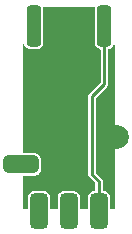
<source format=gbr>
G04 #@! TF.GenerationSoftware,KiCad,Pcbnew,(6.0.0-0)*
G04 #@! TF.CreationDate,2021-12-28T14:09:52-05:00*
G04 #@! TF.ProjectId,9DIN2VGA_Top,3944494e-3256-4474-915f-546f702e6b69,1*
G04 #@! TF.SameCoordinates,Original*
G04 #@! TF.FileFunction,Copper,L2,Bot*
G04 #@! TF.FilePolarity,Positive*
%FSLAX46Y46*%
G04 Gerber Fmt 4.6, Leading zero omitted, Abs format (unit mm)*
G04 Created by KiCad (PCBNEW (6.0.0-0)) date 2021-12-28 14:09:52*
%MOMM*%
%LPD*%
G01*
G04 APERTURE LIST*
G04 Aperture macros list*
%AMRoundRect*
0 Rectangle with rounded corners*
0 $1 Rounding radius*
0 $2 $3 $4 $5 $6 $7 $8 $9 X,Y pos of 4 corners*
0 Add a 4 corners polygon primitive as box body*
4,1,4,$2,$3,$4,$5,$6,$7,$8,$9,$2,$3,0*
0 Add four circle primitives for the rounded corners*
1,1,$1+$1,$2,$3*
1,1,$1+$1,$4,$5*
1,1,$1+$1,$6,$7*
1,1,$1+$1,$8,$9*
0 Add four rect primitives between the rounded corners*
20,1,$1+$1,$2,$3,$4,$5,0*
20,1,$1+$1,$4,$5,$6,$7,0*
20,1,$1+$1,$6,$7,$8,$9,0*
20,1,$1+$1,$8,$9,$2,$3,0*%
G04 Aperture macros list end*
G04 #@! TA.AperFunction,SMDPad,CuDef*
%ADD10RoundRect,0.300000X-0.300000X-1.450000X0.300000X-1.450000X0.300000X1.450000X-0.300000X1.450000X0*%
G04 #@! TD*
G04 #@! TA.AperFunction,ComponentPad*
%ADD11C,0.700000*%
G04 #@! TD*
G04 #@! TA.AperFunction,ComponentPad*
%ADD12RoundRect,0.375000X-0.375000X-1.125000X0.375000X-1.125000X0.375000X1.125000X-0.375000X1.125000X0*%
G04 #@! TD*
G04 #@! TA.AperFunction,ComponentPad*
%ADD13RoundRect,0.375000X1.125000X-0.375000X1.125000X0.375000X-1.125000X0.375000X-1.125000X-0.375000X0*%
G04 #@! TD*
G04 #@! TA.AperFunction,ComponentPad*
%ADD14RoundRect,0.500000X-0.500000X-0.500000X0.500000X-0.500000X0.500000X0.500000X-0.500000X0.500000X0*%
G04 #@! TD*
G04 #@! TA.AperFunction,ComponentPad*
%ADD15C,2.000000*%
G04 #@! TD*
G04 #@! TA.AperFunction,ViaPad*
%ADD16C,0.700000*%
G04 #@! TD*
G04 #@! TA.AperFunction,Conductor*
%ADD17C,0.250000*%
G04 #@! TD*
G04 APERTURE END LIST*
D10*
X151230000Y-89690000D03*
X145230000Y-89690000D03*
D11*
X149260000Y-91990000D03*
D12*
X150770000Y-105310000D03*
X148210000Y-105310000D03*
X145680000Y-105310000D03*
D13*
X144160000Y-101390000D03*
D14*
X151830000Y-99110000D03*
D15*
X152300000Y-99110000D03*
D16*
X150380000Y-93920000D03*
X146680000Y-101110000D03*
X144950000Y-93790000D03*
X151250000Y-101590000D03*
D17*
X150190000Y-102250000D02*
X150770000Y-102830000D01*
X151230000Y-89440000D02*
X151230000Y-94580000D01*
X150190000Y-95620000D02*
X150190000Y-102250000D01*
X150770000Y-102830000D02*
X150770000Y-104954990D01*
X151230000Y-94580000D02*
X150190000Y-95620000D01*
X149250000Y-92060000D02*
X149250000Y-91940000D01*
G04 #@! TA.AperFunction,Conductor*
G36*
X152132002Y-91269179D02*
G01*
X152150000Y-91319376D01*
X152150000Y-105081000D01*
X152131518Y-105131780D01*
X152084718Y-105158800D01*
X152071000Y-105160000D01*
X151789500Y-105160000D01*
X151738720Y-105141518D01*
X151711700Y-105094718D01*
X151710500Y-105081000D01*
X151710500Y-104147932D01*
X151695945Y-104037375D01*
X151638964Y-103899810D01*
X151548320Y-103781680D01*
X151430190Y-103691036D01*
X151425409Y-103689056D01*
X151425408Y-103689055D01*
X151297408Y-103636036D01*
X151297407Y-103636036D01*
X151292625Y-103634055D01*
X151274527Y-103631672D01*
X151184637Y-103619838D01*
X151184634Y-103619838D01*
X151182068Y-103619500D01*
X151164500Y-103619500D01*
X151113720Y-103601018D01*
X151086700Y-103554218D01*
X151085500Y-103540500D01*
X151085500Y-102847221D01*
X151085801Y-102840336D01*
X151088546Y-102808964D01*
X151088546Y-102808962D01*
X151089148Y-102802079D01*
X151079207Y-102764978D01*
X151077717Y-102758257D01*
X151072247Y-102727234D01*
X151071047Y-102720428D01*
X151067591Y-102714443D01*
X151065227Y-102707947D01*
X151065339Y-102707906D01*
X151065170Y-102707499D01*
X151065063Y-102707549D01*
X151062140Y-102701281D01*
X151060352Y-102694607D01*
X151056387Y-102688944D01*
X151038316Y-102663135D01*
X151034613Y-102657324D01*
X151018870Y-102630057D01*
X151015415Y-102624072D01*
X150985991Y-102599382D01*
X150980911Y-102594726D01*
X150757965Y-102371780D01*
X150528639Y-102142455D01*
X150505801Y-102093479D01*
X150505500Y-102086594D01*
X150505500Y-95783406D01*
X150523982Y-95732626D01*
X150528639Y-95727545D01*
X151440906Y-94815278D01*
X151445987Y-94810621D01*
X151470120Y-94790371D01*
X151475415Y-94785928D01*
X151494621Y-94752662D01*
X151498321Y-94746855D01*
X151516386Y-94721056D01*
X151516387Y-94721055D01*
X151520351Y-94715393D01*
X151522140Y-94708717D01*
X151525061Y-94702453D01*
X151525169Y-94702503D01*
X151525339Y-94702093D01*
X151525228Y-94702052D01*
X151527592Y-94695556D01*
X151531047Y-94689572D01*
X151537719Y-94651734D01*
X151539207Y-94645024D01*
X151549148Y-94607922D01*
X151545801Y-94569664D01*
X151545500Y-94562780D01*
X151545500Y-91704742D01*
X151563982Y-91653962D01*
X151615971Y-91626204D01*
X151620258Y-91625739D01*
X151631489Y-91624519D01*
X151631492Y-91624518D01*
X151636411Y-91623984D01*
X151641042Y-91622248D01*
X151641046Y-91622247D01*
X151727950Y-91589668D01*
X151767972Y-91574665D01*
X151880403Y-91490403D01*
X151964665Y-91377972D01*
X151986631Y-91319376D01*
X151997027Y-91291645D01*
X152032158Y-91250584D01*
X152085464Y-91241711D01*
X152132002Y-91269179D01*
G37*
G04 #@! TD.AperFunction*
G04 #@! TA.AperFunction,Conductor*
G36*
X150417830Y-88068482D02*
G01*
X150444850Y-88115282D01*
X150445588Y-88137530D01*
X150439500Y-88193569D01*
X150439501Y-91186430D01*
X150446016Y-91246411D01*
X150447752Y-91251042D01*
X150447753Y-91251046D01*
X150473369Y-91319376D01*
X150495335Y-91377972D01*
X150579597Y-91490403D01*
X150692028Y-91574665D01*
X150823589Y-91623984D01*
X150828509Y-91624518D01*
X150828511Y-91624519D01*
X150844033Y-91626205D01*
X150892520Y-91650064D01*
X150914500Y-91704743D01*
X150914500Y-94416594D01*
X150896018Y-94467374D01*
X150891361Y-94472455D01*
X149979094Y-95384722D01*
X149974013Y-95389379D01*
X149944585Y-95414072D01*
X149941130Y-95420057D01*
X149925382Y-95447333D01*
X149921679Y-95453145D01*
X149899649Y-95484607D01*
X149897860Y-95491283D01*
X149894939Y-95497547D01*
X149894831Y-95497497D01*
X149894661Y-95497907D01*
X149894772Y-95497948D01*
X149892408Y-95504444D01*
X149888953Y-95510428D01*
X149887753Y-95517233D01*
X149882282Y-95548261D01*
X149880793Y-95554976D01*
X149870852Y-95592078D01*
X149871454Y-95598961D01*
X149871454Y-95598963D01*
X149874199Y-95630335D01*
X149874500Y-95637220D01*
X149874500Y-102232783D01*
X149874199Y-102239669D01*
X149872787Y-102255812D01*
X149870852Y-102277922D01*
X149880793Y-102315024D01*
X149882281Y-102321734D01*
X149888953Y-102359572D01*
X149892408Y-102365556D01*
X149894772Y-102372052D01*
X149894661Y-102372093D01*
X149894831Y-102372503D01*
X149894939Y-102372453D01*
X149897860Y-102378717D01*
X149899649Y-102385393D01*
X149903613Y-102391055D01*
X149903614Y-102391056D01*
X149921679Y-102416855D01*
X149925379Y-102422662D01*
X149944585Y-102455928D01*
X149949880Y-102460371D01*
X149974015Y-102480623D01*
X149979095Y-102485279D01*
X150431361Y-102937546D01*
X150454199Y-102986522D01*
X150454500Y-102993407D01*
X150454500Y-103540500D01*
X150436018Y-103591280D01*
X150389218Y-103618300D01*
X150375500Y-103619500D01*
X150357932Y-103619500D01*
X150355366Y-103619838D01*
X150355363Y-103619838D01*
X150265473Y-103631672D01*
X150247375Y-103634055D01*
X150242593Y-103636036D01*
X150242592Y-103636036D01*
X150114592Y-103689055D01*
X150114591Y-103689056D01*
X150109810Y-103691036D01*
X149991680Y-103781680D01*
X149901036Y-103899810D01*
X149844055Y-104037375D01*
X149829500Y-104147932D01*
X149829500Y-105081000D01*
X149811018Y-105131780D01*
X149764218Y-105158800D01*
X149750500Y-105160000D01*
X149229500Y-105160000D01*
X149178720Y-105141518D01*
X149151700Y-105094718D01*
X149150500Y-105081000D01*
X149150500Y-104147932D01*
X149135945Y-104037375D01*
X149078964Y-103899810D01*
X148988320Y-103781680D01*
X148870190Y-103691036D01*
X148865409Y-103689056D01*
X148865408Y-103689055D01*
X148737408Y-103636036D01*
X148737407Y-103636036D01*
X148732625Y-103634055D01*
X148714527Y-103631672D01*
X148624637Y-103619838D01*
X148624634Y-103619838D01*
X148622068Y-103619500D01*
X147797932Y-103619500D01*
X147795366Y-103619838D01*
X147795363Y-103619838D01*
X147705473Y-103631672D01*
X147687375Y-103634055D01*
X147682593Y-103636036D01*
X147682592Y-103636036D01*
X147554592Y-103689055D01*
X147554591Y-103689056D01*
X147549810Y-103691036D01*
X147431680Y-103781680D01*
X147341036Y-103899810D01*
X147284055Y-104037375D01*
X147269500Y-104147932D01*
X147269500Y-105081000D01*
X147251018Y-105131780D01*
X147204218Y-105158800D01*
X147190500Y-105160000D01*
X146699500Y-105160000D01*
X146648720Y-105141518D01*
X146621700Y-105094718D01*
X146620500Y-105081000D01*
X146620500Y-104147932D01*
X146605945Y-104037375D01*
X146548964Y-103899810D01*
X146458320Y-103781680D01*
X146340190Y-103691036D01*
X146335409Y-103689056D01*
X146335408Y-103689055D01*
X146207408Y-103636036D01*
X146207407Y-103636036D01*
X146202625Y-103634055D01*
X146184527Y-103631672D01*
X146094637Y-103619838D01*
X146094634Y-103619838D01*
X146092068Y-103619500D01*
X145267932Y-103619500D01*
X145265366Y-103619838D01*
X145265363Y-103619838D01*
X145175473Y-103631672D01*
X145157375Y-103634055D01*
X145152593Y-103636036D01*
X145152592Y-103636036D01*
X145024592Y-103689055D01*
X145024591Y-103689056D01*
X145019810Y-103691036D01*
X144901680Y-103781680D01*
X144811036Y-103899810D01*
X144754055Y-104037375D01*
X144739500Y-104147932D01*
X144739500Y-105081000D01*
X144721018Y-105131780D01*
X144674218Y-105158800D01*
X144660500Y-105160000D01*
X144379000Y-105160000D01*
X144328220Y-105141518D01*
X144301200Y-105094718D01*
X144300000Y-105081000D01*
X144300000Y-102409500D01*
X144318482Y-102358720D01*
X144365282Y-102331700D01*
X144379000Y-102330500D01*
X145322068Y-102330500D01*
X145324634Y-102330162D01*
X145324637Y-102330162D01*
X145427490Y-102316621D01*
X145432625Y-102315945D01*
X145508309Y-102284596D01*
X145565408Y-102260945D01*
X145565409Y-102260944D01*
X145570190Y-102258964D01*
X145688320Y-102168320D01*
X145778964Y-102050190D01*
X145835945Y-101912625D01*
X145850500Y-101802068D01*
X145850500Y-100977932D01*
X145835945Y-100867375D01*
X145778964Y-100729810D01*
X145688320Y-100611680D01*
X145570190Y-100521036D01*
X145565409Y-100519056D01*
X145565408Y-100519055D01*
X145437408Y-100466036D01*
X145437407Y-100466036D01*
X145432625Y-100464055D01*
X145414527Y-100461672D01*
X145324637Y-100449838D01*
X145324634Y-100449838D01*
X145322068Y-100449500D01*
X144379000Y-100449500D01*
X144328220Y-100431018D01*
X144301200Y-100384218D01*
X144300000Y-100370500D01*
X144300000Y-91292700D01*
X144318482Y-91241920D01*
X144365282Y-91214900D01*
X144418500Y-91224284D01*
X144452973Y-91264969D01*
X144495335Y-91377972D01*
X144579597Y-91490403D01*
X144692028Y-91574665D01*
X144823589Y-91623984D01*
X144828509Y-91624518D01*
X144828511Y-91624519D01*
X144878522Y-91629952D01*
X144883569Y-91630500D01*
X145230000Y-91630500D01*
X145576430Y-91630499D01*
X145636411Y-91623984D01*
X145641042Y-91622248D01*
X145641046Y-91622247D01*
X145727950Y-91589668D01*
X145767972Y-91574665D01*
X145880403Y-91490403D01*
X145964665Y-91377972D01*
X146013984Y-91246411D01*
X146020500Y-91186431D01*
X146020499Y-88193570D01*
X146014412Y-88137531D01*
X146027303Y-88085052D01*
X146070911Y-88053136D01*
X146092950Y-88050000D01*
X150367050Y-88050000D01*
X150417830Y-88068482D01*
G37*
G04 #@! TD.AperFunction*
M02*

</source>
